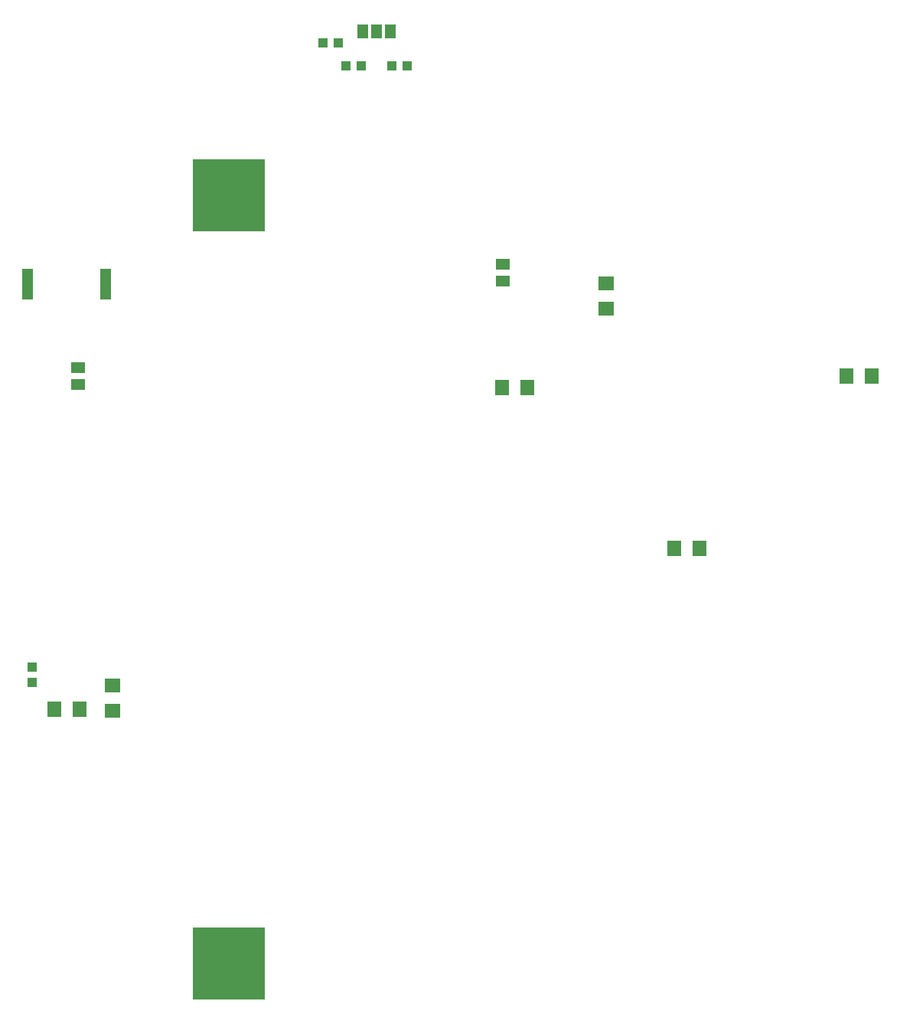
<source format=gbr>
G04 EAGLE Gerber X2 export*
G75*
%MOMM*%
%FSLAX34Y34*%
%LPD*%
%AMOC8*
5,1,8,0,0,1.08239X$1,22.5*%
G01*
%ADD10R,1.100000X1.000000*%
%ADD11R,1.000000X1.100000*%
%ADD12R,1.300000X3.400000*%
%ADD13R,1.600000X1.800000*%
%ADD14R,1.800000X1.600000*%
%ADD15R,1.600000X1.300000*%
%ADD16R,1.168400X1.600200*%
%ADD17R,8.000000X8.000000*%


D10*
X491100Y1130300D03*
X474100Y1130300D03*
D11*
X152400Y440300D03*
X152400Y423300D03*
D12*
X147000Y863600D03*
X234000Y863600D03*
D13*
X671800Y749300D03*
X699800Y749300D03*
D14*
X241300Y420400D03*
X241300Y392400D03*
D13*
X1052800Y762000D03*
X1080800Y762000D03*
D14*
X787400Y836900D03*
X787400Y864900D03*
D13*
X862300Y571500D03*
X890300Y571500D03*
D10*
X499500Y1104900D03*
X516500Y1104900D03*
X567300Y1104900D03*
X550300Y1104900D03*
D15*
X203200Y771500D03*
X203200Y752500D03*
X673100Y885800D03*
X673100Y866800D03*
D13*
X176500Y393700D03*
X204500Y393700D03*
D16*
X548640Y1143000D03*
X533400Y1143000D03*
X518160Y1143000D03*
D17*
X369900Y112900D03*
X369900Y962200D03*
M02*

</source>
